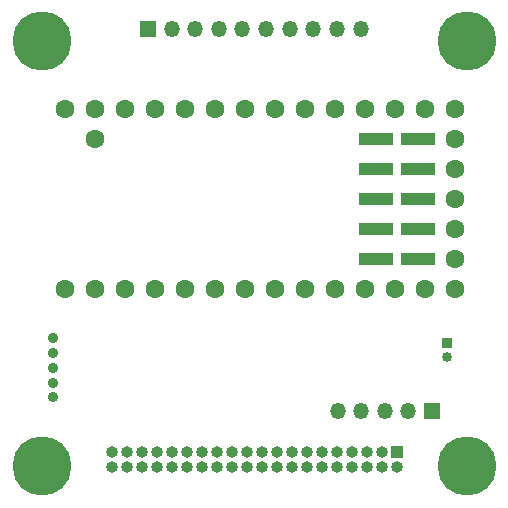
<source format=gbr>
%TF.GenerationSoftware,KiCad,Pcbnew,7.0.10*%
%TF.CreationDate,2024-03-12T14:45:01-04:00*%
%TF.ProjectId,obc,6f62632e-6b69-4636-9164-5f7063625858,rev?*%
%TF.SameCoordinates,Original*%
%TF.FileFunction,Soldermask,Top*%
%TF.FilePolarity,Negative*%
%FSLAX46Y46*%
G04 Gerber Fmt 4.6, Leading zero omitted, Abs format (unit mm)*
G04 Created by KiCad (PCBNEW 7.0.10) date 2024-03-12 14:45:01*
%MOMM*%
%LPD*%
G01*
G04 APERTURE LIST*
%ADD10C,5.000000*%
%ADD11R,1.350000X1.350000*%
%ADD12O,1.350000X1.350000*%
%ADD13C,0.900000*%
%ADD14R,0.850000X0.850000*%
%ADD15C,0.850000*%
%ADD16C,1.600000*%
%ADD17R,3.000000X1.000000*%
%ADD18R,1.000000X1.000000*%
%ADD19O,1.000000X1.000000*%
G04 APERTURE END LIST*
D10*
%TO.C,H2*%
X53000000Y-53000000D03*
%TD*%
%TO.C,H4*%
X89000000Y-89000000D03*
%TD*%
D11*
%TO.C,J1*%
X62000000Y-52000000D03*
D12*
X64000000Y-52000000D03*
X66000000Y-52000000D03*
X68000000Y-52000000D03*
X70000000Y-52000000D03*
X72000000Y-52000000D03*
X74000000Y-52000000D03*
X76000000Y-52000000D03*
X78000000Y-52000000D03*
X80000000Y-52000000D03*
%TD*%
D13*
%TO.C,J3*%
X53985000Y-83160000D03*
X53985000Y-81910000D03*
X53985000Y-80660000D03*
X53985000Y-79410000D03*
X53985000Y-78160000D03*
%TD*%
D11*
%TO.C,J5*%
X86050000Y-84275000D03*
D12*
X84050000Y-84275000D03*
X82050000Y-84275000D03*
X80050000Y-84275000D03*
X78050000Y-84275000D03*
%TD*%
D14*
%TO.C,J6*%
X87300002Y-78525001D03*
D15*
X87300002Y-79775001D03*
%TD*%
D10*
%TO.C,H1*%
X89000000Y-53000000D03*
%TD*%
%TO.C,H3*%
X53000000Y-89000000D03*
%TD*%
D16*
%TO.C,U2*%
X54940000Y-73950000D03*
X57480000Y-73950000D03*
X60020000Y-73950000D03*
X62560000Y-73950000D03*
X65100000Y-73950000D03*
X67640000Y-73950000D03*
X70180000Y-73950000D03*
X72720000Y-73950000D03*
X75260000Y-73950000D03*
X77800000Y-73950000D03*
X80340000Y-73950000D03*
X82880000Y-73950000D03*
X85420000Y-73950000D03*
X87960000Y-73950000D03*
X87960000Y-71410000D03*
X87960000Y-68870000D03*
X87960000Y-66330000D03*
X87960000Y-63790000D03*
X87960000Y-61250000D03*
X87960000Y-58710000D03*
X85420000Y-58710000D03*
X82880000Y-58710000D03*
X80340000Y-58710000D03*
X77800000Y-58710000D03*
X75260000Y-58710000D03*
X72720000Y-58710000D03*
X70180000Y-58710000D03*
X67640000Y-58710000D03*
X65100000Y-58710000D03*
X62560000Y-58710000D03*
X60020000Y-58710000D03*
X57480000Y-58710000D03*
X54940000Y-58710000D03*
X57480000Y-61250000D03*
D17*
X84880000Y-61250000D03*
X81340000Y-61250000D03*
X84880000Y-63790000D03*
X81340000Y-63790000D03*
X84880000Y-66330000D03*
X81340000Y-66330000D03*
X84880000Y-68870000D03*
X81340000Y-68870000D03*
X84880000Y-71410000D03*
X81340000Y-71410000D03*
%TD*%
D18*
%TO.C,J4*%
X83050000Y-87815000D03*
D19*
X83050000Y-89085000D03*
X81780000Y-87815000D03*
X81780000Y-89085000D03*
X80510000Y-87815000D03*
X80510000Y-89085000D03*
X79240000Y-87815000D03*
X79240000Y-89085000D03*
X77970000Y-87815000D03*
X77970000Y-89085000D03*
X76700000Y-87815000D03*
X76700000Y-89085000D03*
X75430000Y-87815000D03*
X75430000Y-89085000D03*
X74160000Y-87815000D03*
X74160000Y-89085000D03*
X72890000Y-87815000D03*
X72890000Y-89085000D03*
X71620000Y-87815000D03*
X71620000Y-89085000D03*
X70350000Y-87815000D03*
X70350000Y-89085000D03*
X69080000Y-87815000D03*
X69080000Y-89085000D03*
X67810000Y-87815000D03*
X67810000Y-89085000D03*
X66540000Y-87815000D03*
X66540000Y-89085000D03*
X65270000Y-87815000D03*
X65270000Y-89085000D03*
X64000000Y-87815000D03*
X64000000Y-89085000D03*
X62730000Y-87815000D03*
X62730000Y-89085000D03*
X61460000Y-87815000D03*
X61460000Y-89085000D03*
X60190000Y-87815000D03*
X60190000Y-89085000D03*
X58920000Y-87815000D03*
X58920000Y-89085000D03*
%TD*%
M02*

</source>
